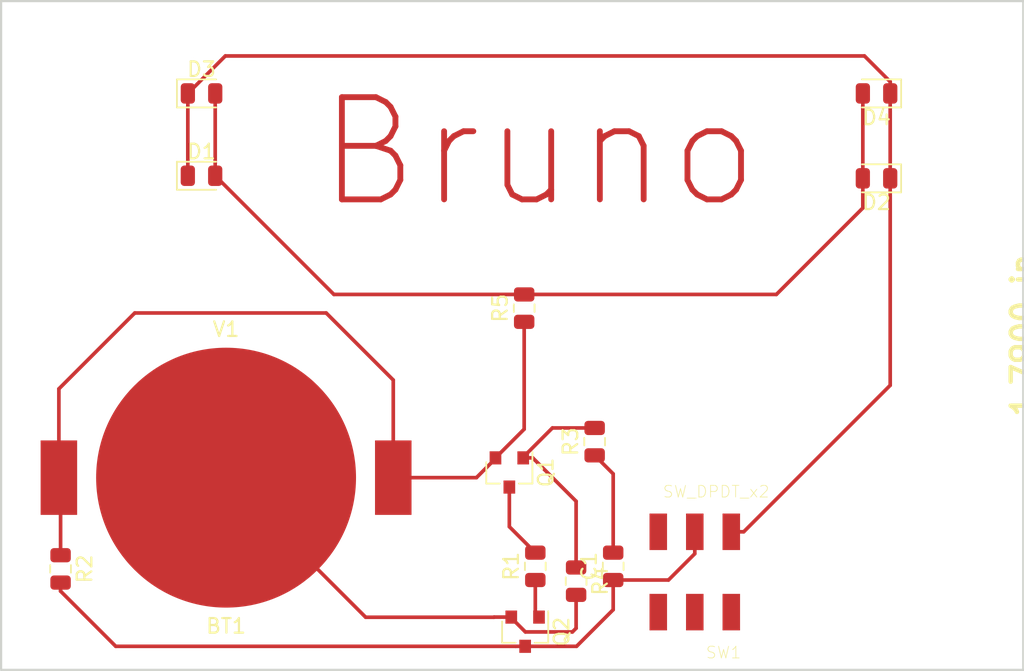
<source format=kicad_pcb>
(kicad_pcb (version 20171130) (host pcbnew 5.0.1-33cea8e~68~ubuntu16.04.1)

  (general
    (thickness 1.6)
    (drawings 7)
    (tracks 66)
    (zones 0)
    (modules 14)
    (nets 11)
  )

  (page A4)
  (layers
    (0 F.Cu signal)
    (31 B.Cu signal hide)
    (32 B.Adhes user hide)
    (33 F.Adhes user hide)
    (34 B.Paste user hide)
    (35 F.Paste user hide)
    (36 B.SilkS user hide)
    (37 F.SilkS user hide)
    (38 B.Mask user hide)
    (39 F.Mask user hide)
    (40 Dwgs.User user hide)
    (41 Cmts.User user hide)
    (42 Eco1.User user hide)
    (43 Eco2.User user hide)
    (44 Edge.Cuts user)
    (45 Margin user hide)
    (46 B.CrtYd user hide)
    (47 F.CrtYd user hide)
    (48 B.Fab user hide)
    (49 F.Fab user hide)
  )

  (setup
    (last_trace_width 0.25)
    (trace_clearance 0.2)
    (zone_clearance 0.508)
    (zone_45_only no)
    (trace_min 0.2)
    (segment_width 0.2)
    (edge_width 0.15)
    (via_size 0.8)
    (via_drill 0.4)
    (via_min_size 0.4)
    (via_min_drill 0.3)
    (uvia_size 0.3)
    (uvia_drill 0.1)
    (uvias_allowed no)
    (uvia_min_size 0.2)
    (uvia_min_drill 0.1)
    (pcb_text_width 0.3)
    (pcb_text_size 1.5 1.5)
    (mod_edge_width 0.15)
    (mod_text_size 1 1)
    (mod_text_width 0.15)
    (pad_size 0.975 1.4)
    (pad_drill 0)
    (pad_to_mask_clearance 0.051)
    (solder_mask_min_width 0.25)
    (aux_axis_origin 0 0)
    (visible_elements 7FFFFFFF)
    (pcbplotparams
      (layerselection 0x00000_7fffffff)
      (usegerberextensions false)
      (usegerberattributes false)
      (usegerberadvancedattributes false)
      (creategerberjobfile false)
      (excludeedgelayer true)
      (linewidth 0.100000)
      (plotframeref false)
      (viasonmask false)
      (mode 1)
      (useauxorigin false)
      (hpglpennumber 1)
      (hpglpenspeed 20)
      (hpglpendiameter 15.000000)
      (psnegative false)
      (psa4output false)
      (plotreference true)
      (plotvalue true)
      (plotinvisibletext false)
      (padsonsilk false)
      (subtractmaskfromsilk false)
      (outputformat 1)
      (mirror false)
      (drillshape 0)
      (scaleselection 1)
      (outputdirectory "./"))
  )

  (net 0 "")
  (net 1 VDD)
  (net 2 GND)
  (net 3 "Net-(C1-Pad2)")
  (net 4 "Net-(D1-Pad2)")
  (net 5 "Net-(Q1-Pad1)")
  (net 6 "Net-(Q1-Pad3)")
  (net 7 "Net-(Q2-Pad1)")
  (net 8 "Net-(C1-Pad1)")
  (net 9 "Net-(D1-Pad1)")
  (net 10 "Net-(SW1-Pad3)")

  (net_class Default "This is the default net class."
    (clearance 0.2)
    (trace_width 0.25)
    (via_dia 0.8)
    (via_drill 0.4)
    (uvia_dia 0.3)
    (uvia_drill 0.1)
    (add_net GND)
    (add_net "Net-(C1-Pad1)")
    (add_net "Net-(C1-Pad2)")
    (add_net "Net-(D1-Pad1)")
    (add_net "Net-(D1-Pad2)")
    (add_net "Net-(Q1-Pad1)")
    (add_net "Net-(Q1-Pad3)")
    (add_net "Net-(Q2-Pad1)")
    (add_net "Net-(SW1-Pad3)")
    (add_net VDD)
  )

  (module CardElements:CR2032_HOLDER (layer F.Cu) (tedit 54CCE85E) (tstamp 5C606F4A)
    (at 95.4078 97.6376)
    (descr http://www.mouser.com/ds/2/238/bat-hld-001-220194.pdf)
    (tags "Linx Battery Holder 2032 bat-hld-001")
    (path /5C45F109)
    (fp_text reference BT1 (at 0 10.16) (layer F.SilkS)
      (effects (font (size 1 1) (thickness 0.15)))
    )
    (fp_text value V1 (at 0 -10.16) (layer F.SilkS)
      (effects (font (size 1 1) (thickness 0.15)))
    )
    (pad 1 smd rect (at -11.45 0) (size 2.5 5.1) (layers F.Cu F.Paste F.Mask)
      (net 1 VDD))
    (pad 1 smd rect (at 11.45 0) (size 2.5 5.1) (layers F.Cu F.Paste F.Mask)
      (net 1 VDD))
    (pad 2 smd circle (at 0 0) (size 17.8 17.8) (layers F.Cu F.Paste F.Mask)
      (net 2 GND))
  )

  (module LED_SMD:LED_0805_2012Metric (layer F.Cu) (tedit 5B36C52C) (tstamp 5C4B418B)
    (at 139.954 77.1375 180)
    (descr "LED SMD 0805 (2012 Metric), square (rectangular) end terminal, IPC_7351 nominal, (Body size source: https://docs.google.com/spreadsheets/d/1BsfQQcO9C6DZCsRaXUlFlo91Tg2WpOkGARC1WS5S8t0/edit?usp=sharing), generated with kicad-footprint-generator")
    (tags diode)
    (path /5C45EDB9)
    (attr smd)
    (fp_text reference D2 (at 0 -1.65 180) (layer F.SilkS)
      (effects (font (size 1 1) (thickness 0.15)))
    )
    (fp_text value LED (at 0 1.65 180) (layer F.Fab)
      (effects (font (size 1 1) (thickness 0.15)))
    )
    (fp_text user %R (at 0 0 180) (layer F.Fab)
      (effects (font (size 0.5 0.5) (thickness 0.08)))
    )
    (fp_line (start 1.68 0.95) (end -1.68 0.95) (layer F.CrtYd) (width 0.05))
    (fp_line (start 1.68 -0.95) (end 1.68 0.95) (layer F.CrtYd) (width 0.05))
    (fp_line (start -1.68 -0.95) (end 1.68 -0.95) (layer F.CrtYd) (width 0.05))
    (fp_line (start -1.68 0.95) (end -1.68 -0.95) (layer F.CrtYd) (width 0.05))
    (fp_line (start -1.685 0.96) (end 1 0.96) (layer F.SilkS) (width 0.12))
    (fp_line (start -1.685 -0.96) (end -1.685 0.96) (layer F.SilkS) (width 0.12))
    (fp_line (start 1 -0.96) (end -1.685 -0.96) (layer F.SilkS) (width 0.12))
    (fp_line (start 1 0.6) (end 1 -0.6) (layer F.Fab) (width 0.1))
    (fp_line (start -1 0.6) (end 1 0.6) (layer F.Fab) (width 0.1))
    (fp_line (start -1 -0.3) (end -1 0.6) (layer F.Fab) (width 0.1))
    (fp_line (start -0.7 -0.6) (end -1 -0.3) (layer F.Fab) (width 0.1))
    (fp_line (start 1 -0.6) (end -0.7 -0.6) (layer F.Fab) (width 0.1))
    (pad 2 smd roundrect (at 0.9375 0 180) (size 0.975 1.4) (layers F.Cu F.Paste F.Mask) (roundrect_rratio 0.25)
      (net 4 "Net-(D1-Pad2)"))
    (pad 1 smd roundrect (at -0.9375 0 180) (size 0.975 1.4) (layers F.Cu F.Paste F.Mask) (roundrect_rratio 0.25)
      (net 9 "Net-(D1-Pad1)"))
    (model ${KISYS3DMOD}/LED_SMD.3dshapes/LED_0805_2012Metric.wrl
      (at (xyz 0 0 0))
      (scale (xyz 1 1 1))
      (rotate (xyz 0 0 0))
    )
  )

  (module Package_TO_SOT_SMD:SOT-23 (layer F.Cu) (tedit 5A02FF57) (tstamp 5C607892)
    (at 114.808 97.282 270)
    (descr "SOT-23, Standard")
    (tags SOT-23)
    (path /5C45EF17)
    (attr smd)
    (fp_text reference Q1 (at 0 -2.5 270) (layer F.SilkS)
      (effects (font (size 1 1) (thickness 0.15)))
    )
    (fp_text value BC807 (at 0 2.5 270) (layer F.Fab)
      (effects (font (size 1 1) (thickness 0.15)))
    )
    (fp_text user %R (at 0 0) (layer F.Fab)
      (effects (font (size 0.5 0.5) (thickness 0.075)))
    )
    (fp_line (start -0.7 -0.95) (end -0.7 1.5) (layer F.Fab) (width 0.1))
    (fp_line (start -0.15 -1.52) (end 0.7 -1.52) (layer F.Fab) (width 0.1))
    (fp_line (start -0.7 -0.95) (end -0.15 -1.52) (layer F.Fab) (width 0.1))
    (fp_line (start 0.7 -1.52) (end 0.7 1.52) (layer F.Fab) (width 0.1))
    (fp_line (start -0.7 1.52) (end 0.7 1.52) (layer F.Fab) (width 0.1))
    (fp_line (start 0.76 1.58) (end 0.76 0.65) (layer F.SilkS) (width 0.12))
    (fp_line (start 0.76 -1.58) (end 0.76 -0.65) (layer F.SilkS) (width 0.12))
    (fp_line (start -1.7 -1.75) (end 1.7 -1.75) (layer F.CrtYd) (width 0.05))
    (fp_line (start 1.7 -1.75) (end 1.7 1.75) (layer F.CrtYd) (width 0.05))
    (fp_line (start 1.7 1.75) (end -1.7 1.75) (layer F.CrtYd) (width 0.05))
    (fp_line (start -1.7 1.75) (end -1.7 -1.75) (layer F.CrtYd) (width 0.05))
    (fp_line (start 0.76 -1.58) (end -1.4 -1.58) (layer F.SilkS) (width 0.12))
    (fp_line (start 0.76 1.58) (end -0.7 1.58) (layer F.SilkS) (width 0.12))
    (pad 1 smd rect (at -1 -0.95 270) (size 0.9 0.8) (layers F.Cu F.Paste F.Mask)
      (net 5 "Net-(Q1-Pad1)"))
    (pad 2 smd rect (at -1 0.95 270) (size 0.9 0.8) (layers F.Cu F.Paste F.Mask)
      (net 1 VDD))
    (pad 3 smd rect (at 1 0 270) (size 0.9 0.8) (layers F.Cu F.Paste F.Mask)
      (net 6 "Net-(Q1-Pad3)"))
    (model ${KISYS3DMOD}/Package_TO_SOT_SMD.3dshapes/SOT-23.wrl
      (at (xyz 0 0 0))
      (scale (xyz 1 1 1))
      (rotate (xyz 0 0 0))
    )
  )

  (module Package_TO_SOT_SMD:SOT-23 (layer F.Cu) (tedit 5A02FF57) (tstamp 5C606FE8)
    (at 115.89 108.188 270)
    (descr "SOT-23, Standard")
    (tags SOT-23)
    (path /5C45EFC7)
    (attr smd)
    (fp_text reference Q2 (at 0 -2.5 270) (layer F.SilkS)
      (effects (font (size 1 1) (thickness 0.15)))
    )
    (fp_text value BC817 (at 0 2.5 270) (layer F.Fab)
      (effects (font (size 1 1) (thickness 0.15)))
    )
    (fp_line (start 0.76 1.58) (end -0.7 1.58) (layer F.SilkS) (width 0.12))
    (fp_line (start 0.76 -1.58) (end -1.4 -1.58) (layer F.SilkS) (width 0.12))
    (fp_line (start -1.7 1.75) (end -1.7 -1.75) (layer F.CrtYd) (width 0.05))
    (fp_line (start 1.7 1.75) (end -1.7 1.75) (layer F.CrtYd) (width 0.05))
    (fp_line (start 1.7 -1.75) (end 1.7 1.75) (layer F.CrtYd) (width 0.05))
    (fp_line (start -1.7 -1.75) (end 1.7 -1.75) (layer F.CrtYd) (width 0.05))
    (fp_line (start 0.76 -1.58) (end 0.76 -0.65) (layer F.SilkS) (width 0.12))
    (fp_line (start 0.76 1.58) (end 0.76 0.65) (layer F.SilkS) (width 0.12))
    (fp_line (start -0.7 1.52) (end 0.7 1.52) (layer F.Fab) (width 0.1))
    (fp_line (start 0.7 -1.52) (end 0.7 1.52) (layer F.Fab) (width 0.1))
    (fp_line (start -0.7 -0.95) (end -0.15 -1.52) (layer F.Fab) (width 0.1))
    (fp_line (start -0.15 -1.52) (end 0.7 -1.52) (layer F.Fab) (width 0.1))
    (fp_line (start -0.7 -0.95) (end -0.7 1.5) (layer F.Fab) (width 0.1))
    (fp_text user %R (at 0 0.254 90) (layer F.Fab)
      (effects (font (size 0.5 0.5) (thickness 0.075)))
    )
    (pad 3 smd rect (at 1 0 270) (size 0.9 0.8) (layers F.Cu F.Paste F.Mask)
      (net 8 "Net-(C1-Pad1)"))
    (pad 2 smd rect (at -1 0.95 270) (size 0.9 0.8) (layers F.Cu F.Paste F.Mask)
      (net 2 GND))
    (pad 1 smd rect (at -1 -0.95 270) (size 0.9 0.8) (layers F.Cu F.Paste F.Mask)
      (net 7 "Net-(Q2-Pad1)"))
    (model ${KISYS3DMOD}/Package_TO_SOT_SMD.3dshapes/SOT-23.wrl
      (at (xyz 0 0 0))
      (scale (xyz 1 1 1))
      (rotate (xyz 0 0 0))
    )
  )

  (module JS202011SCQN:SW_JS202011SCQN (layer F.Cu) (tedit 0) (tstamp 5C572F68)
    (at 127.508 104.096 180)
    (path /5C4A0416)
    (attr smd)
    (fp_text reference SW1 (at -1.97145 -5.51762 180) (layer F.SilkS)
      (effects (font (size 0.801394 0.801394) (thickness 0.05)))
    )
    (fp_text value SW_DPDT_x2 (at -1.46182 5.49885 180) (layer F.SilkS)
      (effects (font (size 0.801 0.801) (thickness 0.05)))
    )
    (fp_line (start -4.5 -1.5) (end -4.5 1.5) (layer Dwgs.User) (width 0.127))
    (fp_line (start 4.5 -1.5) (end -4.5 -1.5) (layer Dwgs.User) (width 0.127))
    (fp_line (start 4.5 1.5) (end 4.5 -1.5) (layer Dwgs.User) (width 0.127))
    (fp_line (start -4.5 1.5) (end 4.5 1.5) (layer Dwgs.User) (width 0.127))
    (pad 6 smd rect (at 2.5 -2.75 180) (size 1.2 2.5) (layers F.Cu F.Paste F.Mask))
    (pad 5 smd rect (at 0 -2.75 180) (size 1.2 2.5) (layers F.Cu F.Paste F.Mask))
    (pad 4 smd rect (at -2.5 -2.75 180) (size 1.2 2.5) (layers F.Cu F.Paste F.Mask))
    (pad 3 smd rect (at 2.5 2.75 180) (size 1.2 2.5) (layers F.Cu F.Paste F.Mask)
      (net 10 "Net-(SW1-Pad3)"))
    (pad 2 smd rect (at 0 2.75 180) (size 1.2 2.5) (layers F.Cu F.Paste F.Mask)
      (net 8 "Net-(C1-Pad1)"))
    (pad 1 smd rect (at -2.5 2.75 180) (size 1.2 2.5) (layers F.Cu F.Paste F.Mask)
      (net 9 "Net-(D1-Pad1)"))
  )

  (module LED_SMD:LED_0805_2012Metric (layer F.Cu) (tedit 5B36C52C) (tstamp 5C4B4179)
    (at 93.726 76.962)
    (descr "LED SMD 0805 (2012 Metric), square (rectangular) end terminal, IPC_7351 nominal, (Body size source: https://docs.google.com/spreadsheets/d/1BsfQQcO9C6DZCsRaXUlFlo91Tg2WpOkGARC1WS5S8t0/edit?usp=sharing), generated with kicad-footprint-generator")
    (tags diode)
    (path /5C45EC37)
    (attr smd)
    (fp_text reference D1 (at 0 -1.65) (layer F.SilkS)
      (effects (font (size 1 1) (thickness 0.15)))
    )
    (fp_text value LED (at 0 1.65) (layer F.Fab)
      (effects (font (size 1 1) (thickness 0.15)))
    )
    (fp_text user %R (at 0 0) (layer F.Fab)
      (effects (font (size 0.5 0.5) (thickness 0.08)))
    )
    (fp_line (start 1.68 0.95) (end -1.68 0.95) (layer F.CrtYd) (width 0.05))
    (fp_line (start 1.68 -0.95) (end 1.68 0.95) (layer F.CrtYd) (width 0.05))
    (fp_line (start -1.68 -0.95) (end 1.68 -0.95) (layer F.CrtYd) (width 0.05))
    (fp_line (start -1.68 0.95) (end -1.68 -0.95) (layer F.CrtYd) (width 0.05))
    (fp_line (start -1.685 0.96) (end 1 0.96) (layer F.SilkS) (width 0.12))
    (fp_line (start -1.685 -0.96) (end -1.685 0.96) (layer F.SilkS) (width 0.12))
    (fp_line (start 1 -0.96) (end -1.685 -0.96) (layer F.SilkS) (width 0.12))
    (fp_line (start 1 0.6) (end 1 -0.6) (layer F.Fab) (width 0.1))
    (fp_line (start -1 0.6) (end 1 0.6) (layer F.Fab) (width 0.1))
    (fp_line (start -1 -0.3) (end -1 0.6) (layer F.Fab) (width 0.1))
    (fp_line (start -0.7 -0.6) (end -1 -0.3) (layer F.Fab) (width 0.1))
    (fp_line (start 1 -0.6) (end -0.7 -0.6) (layer F.Fab) (width 0.1))
    (pad 2 smd roundrect (at 0.9375 0) (size 0.975 1.4) (layers F.Cu F.Paste F.Mask) (roundrect_rratio 0.25)
      (net 4 "Net-(D1-Pad2)"))
    (pad 1 smd roundrect (at -0.9375 0) (size 0.975 1.4) (layers F.Cu F.Paste F.Mask) (roundrect_rratio 0.25)
      (net 9 "Net-(D1-Pad1)"))
    (model ${KISYS3DMOD}/LED_SMD.3dshapes/LED_0805_2012Metric.wrl
      (at (xyz 0 0 0))
      (scale (xyz 1 1 1))
      (rotate (xyz 0 0 0))
    )
  )

  (module LED_SMD:LED_0805_2012Metric (layer F.Cu) (tedit 5C4F0B19) (tstamp 5C4B419D)
    (at 93.7283 71.3232)
    (descr "LED SMD 0805 (2012 Metric), square (rectangular) end terminal, IPC_7351 nominal, (Body size source: https://docs.google.com/spreadsheets/d/1BsfQQcO9C6DZCsRaXUlFlo91Tg2WpOkGARC1WS5S8t0/edit?usp=sharing), generated with kicad-footprint-generator")
    (tags diode)
    (path /5C45ED1C)
    (attr smd)
    (fp_text reference D3 (at 0 -1.65) (layer F.SilkS)
      (effects (font (size 1 1) (thickness 0.15)))
    )
    (fp_text value LED (at 0 1.65) (layer F.Fab)
      (effects (font (size 1 1) (thickness 0.15)))
    )
    (fp_text user %R (at 0 0) (layer F.Fab)
      (effects (font (size 0.5 0.5) (thickness 0.08)))
    )
    (fp_line (start 1.68 0.95) (end -1.68 0.95) (layer F.CrtYd) (width 0.05))
    (fp_line (start 1.68 -0.95) (end 1.68 0.95) (layer F.CrtYd) (width 0.05))
    (fp_line (start -1.68 -0.95) (end 1.68 -0.95) (layer F.CrtYd) (width 0.05))
    (fp_line (start -1.68 0.95) (end -1.68 -0.95) (layer F.CrtYd) (width 0.05))
    (fp_line (start -1.685 0.96) (end 1 0.96) (layer F.SilkS) (width 0.12))
    (fp_line (start -1.685 -0.96) (end -1.685 0.96) (layer F.SilkS) (width 0.12))
    (fp_line (start 1 -0.96) (end -1.685 -0.96) (layer F.SilkS) (width 0.12))
    (fp_line (start 1 0.6) (end 1 -0.6) (layer F.Fab) (width 0.1))
    (fp_line (start -1 0.6) (end 1 0.6) (layer F.Fab) (width 0.1))
    (fp_line (start -1 -0.3) (end -1 0.6) (layer F.Fab) (width 0.1))
    (fp_line (start -0.7 -0.6) (end -1 -0.3) (layer F.Fab) (width 0.1))
    (fp_line (start 1 -0.6) (end -0.7 -0.6) (layer F.Fab) (width 0.1))
    (pad 2 smd roundrect (at 0.9375 0) (size 0.975 1.4) (layers F.Cu F.Paste F.Mask) (roundrect_rratio 0.25)
      (net 4 "Net-(D1-Pad2)"))
    (pad 1 smd roundrect (at -0.9375 0) (size 0.975 1.4) (layers F.Cu F.Paste F.Mask) (roundrect_rratio 0.25)
      (net 9 "Net-(D1-Pad1)"))
    (model ${KISYS3DMOD}/LED_SMD.3dshapes/LED_0805_2012Metric.wrl
      (at (xyz 0 0 0))
      (scale (xyz 1 1 1))
      (rotate (xyz 0 0 0))
    )
  )

  (module LED_SMD:LED_0805_2012Metric (layer F.Cu) (tedit 5B36C52C) (tstamp 5C4B41AF)
    (at 139.9563 71.3232 180)
    (descr "LED SMD 0805 (2012 Metric), square (rectangular) end terminal, IPC_7351 nominal, (Body size source: https://docs.google.com/spreadsheets/d/1BsfQQcO9C6DZCsRaXUlFlo91Tg2WpOkGARC1WS5S8t0/edit?usp=sharing), generated with kicad-footprint-generator")
    (tags diode)
    (path /5C45EE19)
    (attr smd)
    (fp_text reference D4 (at 0 -1.65 180) (layer F.SilkS)
      (effects (font (size 1 1) (thickness 0.15)))
    )
    (fp_text value LED (at 0 1.65 180) (layer F.Fab)
      (effects (font (size 1 1) (thickness 0.15)))
    )
    (fp_line (start 1 -0.6) (end -0.7 -0.6) (layer F.Fab) (width 0.1))
    (fp_line (start -0.7 -0.6) (end -1 -0.3) (layer F.Fab) (width 0.1))
    (fp_line (start -1 -0.3) (end -1 0.6) (layer F.Fab) (width 0.1))
    (fp_line (start -1 0.6) (end 1 0.6) (layer F.Fab) (width 0.1))
    (fp_line (start 1 0.6) (end 1 -0.6) (layer F.Fab) (width 0.1))
    (fp_line (start 1 -0.96) (end -1.685 -0.96) (layer F.SilkS) (width 0.12))
    (fp_line (start -1.685 -0.96) (end -1.685 0.96) (layer F.SilkS) (width 0.12))
    (fp_line (start -1.685 0.96) (end 1 0.96) (layer F.SilkS) (width 0.12))
    (fp_line (start -1.68 0.95) (end -1.68 -0.95) (layer F.CrtYd) (width 0.05))
    (fp_line (start -1.68 -0.95) (end 1.68 -0.95) (layer F.CrtYd) (width 0.05))
    (fp_line (start 1.68 -0.95) (end 1.68 0.95) (layer F.CrtYd) (width 0.05))
    (fp_line (start 1.68 0.95) (end -1.68 0.95) (layer F.CrtYd) (width 0.05))
    (fp_text user %R (at 0 0 180) (layer F.Fab)
      (effects (font (size 0.5 0.5) (thickness 0.08)))
    )
    (pad 1 smd roundrect (at -0.9375 0 180) (size 0.975 1.4) (layers F.Cu F.Paste F.Mask) (roundrect_rratio 0.25)
      (net 9 "Net-(D1-Pad1)"))
    (pad 2 smd roundrect (at 0.9375 0 180) (size 0.975 1.4) (layers F.Cu F.Paste F.Mask) (roundrect_rratio 0.25)
      (net 4 "Net-(D1-Pad2)"))
    (model ${KISYS3DMOD}/LED_SMD.3dshapes/LED_0805_2012Metric.wrl
      (at (xyz 0 0 0))
      (scale (xyz 1 1 1))
      (rotate (xyz 0 0 0))
    )
  )

  (module Capacitor_SMD:C_0805_2012Metric (layer F.Cu) (tedit 5B36C52B) (tstamp 5C4F269F)
    (at 121.92 103.7105 90)
    (descr "Capacitor SMD 0805 (2012 Metric), square (rectangular) end terminal, IPC_7351 nominal, (Body size source: https://docs.google.com/spreadsheets/d/1BsfQQcO9C6DZCsRaXUlFlo91Tg2WpOkGARC1WS5S8t0/edit?usp=sharing), generated with kicad-footprint-generator")
    (tags capacitor)
    (path /5C45EB8F)
    (attr smd)
    (fp_text reference C1 (at 0 -1.65 90) (layer F.SilkS)
      (effects (font (size 1 1) (thickness 0.15)))
    )
    (fp_text value 47nF (at 0 1.65 90) (layer F.Fab)
      (effects (font (size 1 1) (thickness 0.15)))
    )
    (fp_line (start -1 0.6) (end -1 -0.6) (layer F.Fab) (width 0.1))
    (fp_line (start -1 -0.6) (end 1 -0.6) (layer F.Fab) (width 0.1))
    (fp_line (start 1 -0.6) (end 1 0.6) (layer F.Fab) (width 0.1))
    (fp_line (start 1 0.6) (end -1 0.6) (layer F.Fab) (width 0.1))
    (fp_line (start -0.258578 -0.71) (end 0.258578 -0.71) (layer F.SilkS) (width 0.12))
    (fp_line (start -0.258578 0.71) (end 0.258578 0.71) (layer F.SilkS) (width 0.12))
    (fp_line (start -1.68 0.95) (end -1.68 -0.95) (layer F.CrtYd) (width 0.05))
    (fp_line (start -1.68 -0.95) (end 1.68 -0.95) (layer F.CrtYd) (width 0.05))
    (fp_line (start 1.68 -0.95) (end 1.68 0.95) (layer F.CrtYd) (width 0.05))
    (fp_line (start 1.68 0.95) (end -1.68 0.95) (layer F.CrtYd) (width 0.05))
    (fp_text user %R (at 0 0 90) (layer F.Fab)
      (effects (font (size 0.5 0.5) (thickness 0.08)))
    )
    (pad 1 smd roundrect (at -0.9375 0 90) (size 0.975 1.4) (layers F.Cu F.Paste F.Mask) (roundrect_rratio 0.25)
      (net 8 "Net-(C1-Pad1)"))
    (pad 2 smd roundrect (at 0.9375 0 90) (size 0.975 1.4) (layers F.Cu F.Paste F.Mask) (roundrect_rratio 0.25)
      (net 3 "Net-(C1-Pad2)"))
    (model ${KISYS3DMOD}/Capacitor_SMD.3dshapes/C_0805_2012Metric.wrl
      (at (xyz 0 0 0))
      (scale (xyz 1 1 1))
      (rotate (xyz 0 0 0))
    )
  )

  (module Resistor_SMD:R_0805_2012Metric (layer F.Cu) (tedit 5B36C52B) (tstamp 5C4F26AF)
    (at 116.586 103.7105 90)
    (descr "Resistor SMD 0805 (2012 Metric), square (rectangular) end terminal, IPC_7351 nominal, (Body size source: https://docs.google.com/spreadsheets/d/1BsfQQcO9C6DZCsRaXUlFlo91Tg2WpOkGARC1WS5S8t0/edit?usp=sharing), generated with kicad-footprint-generator")
    (tags resistor)
    (path /5C45EA3F)
    (attr smd)
    (fp_text reference R1 (at 0 -1.65 90) (layer F.SilkS)
      (effects (font (size 1 1) (thickness 0.15)))
    )
    (fp_text value "220 Ohm" (at 0 1.65 90) (layer F.Fab)
      (effects (font (size 1 1) (thickness 0.15)))
    )
    (fp_line (start -1 0.6) (end -1 -0.6) (layer F.Fab) (width 0.1))
    (fp_line (start -1 -0.6) (end 1 -0.6) (layer F.Fab) (width 0.1))
    (fp_line (start 1 -0.6) (end 1 0.6) (layer F.Fab) (width 0.1))
    (fp_line (start 1 0.6) (end -1 0.6) (layer F.Fab) (width 0.1))
    (fp_line (start -0.258578 -0.71) (end 0.258578 -0.71) (layer F.SilkS) (width 0.12))
    (fp_line (start -0.258578 0.71) (end 0.258578 0.71) (layer F.SilkS) (width 0.12))
    (fp_line (start -1.68 0.95) (end -1.68 -0.95) (layer F.CrtYd) (width 0.05))
    (fp_line (start -1.68 -0.95) (end 1.68 -0.95) (layer F.CrtYd) (width 0.05))
    (fp_line (start 1.68 -0.95) (end 1.68 0.95) (layer F.CrtYd) (width 0.05))
    (fp_line (start 1.68 0.95) (end -1.68 0.95) (layer F.CrtYd) (width 0.05))
    (fp_text user %R (at 0 0 90) (layer F.Fab)
      (effects (font (size 0.5 0.5) (thickness 0.08)))
    )
    (pad 1 smd roundrect (at -0.9375 0 90) (size 0.975 1.4) (layers F.Cu F.Paste F.Mask) (roundrect_rratio 0.25)
      (net 7 "Net-(Q2-Pad1)"))
    (pad 2 smd roundrect (at 0.9375 0 90) (size 0.975 1.4) (layers F.Cu F.Paste F.Mask) (roundrect_rratio 0.25)
      (net 6 "Net-(Q1-Pad3)"))
    (model ${KISYS3DMOD}/Resistor_SMD.3dshapes/R_0805_2012Metric.wrl
      (at (xyz 0 0 0))
      (scale (xyz 1 1 1))
      (rotate (xyz 0 0 0))
    )
  )

  (module Resistor_SMD:R_0805_2012Metric (layer F.Cu) (tedit 5B36C52B) (tstamp 5C4F26BF)
    (at 84.074 103.886 270)
    (descr "Resistor SMD 0805 (2012 Metric), square (rectangular) end terminal, IPC_7351 nominal, (Body size source: https://docs.google.com/spreadsheets/d/1BsfQQcO9C6DZCsRaXUlFlo91Tg2WpOkGARC1WS5S8t0/edit?usp=sharing), generated with kicad-footprint-generator")
    (tags resistor)
    (path /5C45EB11)
    (attr smd)
    (fp_text reference R2 (at 0 -1.65 270) (layer F.SilkS)
      (effects (font (size 1 1) (thickness 0.15)))
    )
    (fp_text value "220 Ohm" (at 0 1.65 270) (layer F.Fab)
      (effects (font (size 1 1) (thickness 0.15)))
    )
    (fp_line (start -1 0.6) (end -1 -0.6) (layer F.Fab) (width 0.1))
    (fp_line (start -1 -0.6) (end 1 -0.6) (layer F.Fab) (width 0.1))
    (fp_line (start 1 -0.6) (end 1 0.6) (layer F.Fab) (width 0.1))
    (fp_line (start 1 0.6) (end -1 0.6) (layer F.Fab) (width 0.1))
    (fp_line (start -0.258578 -0.71) (end 0.258578 -0.71) (layer F.SilkS) (width 0.12))
    (fp_line (start -0.258578 0.71) (end 0.258578 0.71) (layer F.SilkS) (width 0.12))
    (fp_line (start -1.68 0.95) (end -1.68 -0.95) (layer F.CrtYd) (width 0.05))
    (fp_line (start -1.68 -0.95) (end 1.68 -0.95) (layer F.CrtYd) (width 0.05))
    (fp_line (start 1.68 -0.95) (end 1.68 0.95) (layer F.CrtYd) (width 0.05))
    (fp_line (start 1.68 0.95) (end -1.68 0.95) (layer F.CrtYd) (width 0.05))
    (fp_text user %R (at 0 0 270) (layer F.Fab)
      (effects (font (size 0.5 0.5) (thickness 0.08)))
    )
    (pad 1 smd roundrect (at -0.9375 0 270) (size 0.975 1.4) (layers F.Cu F.Paste F.Mask) (roundrect_rratio 0.25)
      (net 1 VDD))
    (pad 2 smd roundrect (at 0.9375 0 270) (size 0.975 1.4) (layers F.Cu F.Paste F.Mask) (roundrect_rratio 0.25)
      (net 8 "Net-(C1-Pad1)"))
    (model ${KISYS3DMOD}/Resistor_SMD.3dshapes/R_0805_2012Metric.wrl
      (at (xyz 0 0 0))
      (scale (xyz 1 1 1))
      (rotate (xyz 0 0 0))
    )
  )

  (module Resistor_SMD:R_0805_2012Metric (layer F.Cu) (tedit 5B36C52B) (tstamp 5C4F26CF)
    (at 120.65 95.1715 90)
    (descr "Resistor SMD 0805 (2012 Metric), square (rectangular) end terminal, IPC_7351 nominal, (Body size source: https://docs.google.com/spreadsheets/d/1BsfQQcO9C6DZCsRaXUlFlo91Tg2WpOkGARC1WS5S8t0/edit?usp=sharing), generated with kicad-footprint-generator")
    (tags resistor)
    (path /5C45E917)
    (attr smd)
    (fp_text reference R3 (at 0 -1.65 90) (layer F.SilkS)
      (effects (font (size 1 1) (thickness 0.15)))
    )
    (fp_text value "2.2k Ohm" (at 0 1.65 90) (layer F.Fab)
      (effects (font (size 1 1) (thickness 0.15)))
    )
    (fp_line (start -1 0.6) (end -1 -0.6) (layer F.Fab) (width 0.1))
    (fp_line (start -1 -0.6) (end 1 -0.6) (layer F.Fab) (width 0.1))
    (fp_line (start 1 -0.6) (end 1 0.6) (layer F.Fab) (width 0.1))
    (fp_line (start 1 0.6) (end -1 0.6) (layer F.Fab) (width 0.1))
    (fp_line (start -0.258578 -0.71) (end 0.258578 -0.71) (layer F.SilkS) (width 0.12))
    (fp_line (start -0.258578 0.71) (end 0.258578 0.71) (layer F.SilkS) (width 0.12))
    (fp_line (start -1.68 0.95) (end -1.68 -0.95) (layer F.CrtYd) (width 0.05))
    (fp_line (start -1.68 -0.95) (end 1.68 -0.95) (layer F.CrtYd) (width 0.05))
    (fp_line (start 1.68 -0.95) (end 1.68 0.95) (layer F.CrtYd) (width 0.05))
    (fp_line (start 1.68 0.95) (end -1.68 0.95) (layer F.CrtYd) (width 0.05))
    (fp_text user %R (at 0 0 90) (layer F.Fab)
      (effects (font (size 0.5 0.5) (thickness 0.08)))
    )
    (pad 1 smd roundrect (at -0.9375 0 90) (size 0.975 1.4) (layers F.Cu F.Paste F.Mask) (roundrect_rratio 0.25)
      (net 3 "Net-(C1-Pad2)"))
    (pad 2 smd roundrect (at 0.9375 0 90) (size 0.975 1.4) (layers F.Cu F.Paste F.Mask) (roundrect_rratio 0.25)
      (net 5 "Net-(Q1-Pad1)"))
    (model ${KISYS3DMOD}/Resistor_SMD.3dshapes/R_0805_2012Metric.wrl
      (at (xyz 0 0 0))
      (scale (xyz 1 1 1))
      (rotate (xyz 0 0 0))
    )
  )

  (module Resistor_SMD:R_0805_2012Metric (layer F.Cu) (tedit 5B36C52B) (tstamp 5C4F26DF)
    (at 119.38 104.7265 270)
    (descr "Resistor SMD 0805 (2012 Metric), square (rectangular) end terminal, IPC_7351 nominal, (Body size source: https://docs.google.com/spreadsheets/d/1BsfQQcO9C6DZCsRaXUlFlo91Tg2WpOkGARC1WS5S8t0/edit?usp=sharing), generated with kicad-footprint-generator")
    (tags resistor)
    (path /5C45E9B7)
    (attr smd)
    (fp_text reference R4 (at 0 -1.65 270) (layer F.SilkS)
      (effects (font (size 1 1) (thickness 0.15)))
    )
    (fp_text value "4M Ohm" (at 0 1.65 270) (layer F.Fab)
      (effects (font (size 1 1) (thickness 0.15)))
    )
    (fp_text user %R (at 0 0 270) (layer F.Fab)
      (effects (font (size 0.5 0.5) (thickness 0.08)))
    )
    (fp_line (start 1.68 0.95) (end -1.68 0.95) (layer F.CrtYd) (width 0.05))
    (fp_line (start 1.68 -0.95) (end 1.68 0.95) (layer F.CrtYd) (width 0.05))
    (fp_line (start -1.68 -0.95) (end 1.68 -0.95) (layer F.CrtYd) (width 0.05))
    (fp_line (start -1.68 0.95) (end -1.68 -0.95) (layer F.CrtYd) (width 0.05))
    (fp_line (start -0.258578 0.71) (end 0.258578 0.71) (layer F.SilkS) (width 0.12))
    (fp_line (start -0.258578 -0.71) (end 0.258578 -0.71) (layer F.SilkS) (width 0.12))
    (fp_line (start 1 0.6) (end -1 0.6) (layer F.Fab) (width 0.1))
    (fp_line (start 1 -0.6) (end 1 0.6) (layer F.Fab) (width 0.1))
    (fp_line (start -1 -0.6) (end 1 -0.6) (layer F.Fab) (width 0.1))
    (fp_line (start -1 0.6) (end -1 -0.6) (layer F.Fab) (width 0.1))
    (pad 2 smd roundrect (at 0.9375 0 270) (size 0.975 1.4) (layers F.Cu F.Paste F.Mask) (roundrect_rratio 0.25)
      (net 2 GND))
    (pad 1 smd roundrect (at -0.9375 0 270) (size 0.975 1.4) (layers F.Cu F.Paste F.Mask) (roundrect_rratio 0.25)
      (net 5 "Net-(Q1-Pad1)"))
    (model ${KISYS3DMOD}/Resistor_SMD.3dshapes/R_0805_2012Metric.wrl
      (at (xyz 0 0 0))
      (scale (xyz 1 1 1))
      (rotate (xyz 0 0 0))
    )
  )

  (module Resistor_SMD:R_0805_2012Metric (layer F.Cu) (tedit 5B36C52B) (tstamp 5C4F26EF)
    (at 115.824 86.0275 90)
    (descr "Resistor SMD 0805 (2012 Metric), square (rectangular) end terminal, IPC_7351 nominal, (Body size source: https://docs.google.com/spreadsheets/d/1BsfQQcO9C6DZCsRaXUlFlo91Tg2WpOkGARC1WS5S8t0/edit?usp=sharing), generated with kicad-footprint-generator")
    (tags resistor)
    (path /5C45EAC4)
    (attr smd)
    (fp_text reference R5 (at 0 -1.65 90) (layer F.SilkS)
      (effects (font (size 1 1) (thickness 0.15)))
    )
    (fp_text value "1 Ohm" (at 0 1.65 90) (layer F.Fab)
      (effects (font (size 1 1) (thickness 0.15)))
    )
    (fp_text user %R (at 0 0 90) (layer F.Fab)
      (effects (font (size 0.5 0.5) (thickness 0.08)))
    )
    (fp_line (start 1.68 0.95) (end -1.68 0.95) (layer F.CrtYd) (width 0.05))
    (fp_line (start 1.68 -0.95) (end 1.68 0.95) (layer F.CrtYd) (width 0.05))
    (fp_line (start -1.68 -0.95) (end 1.68 -0.95) (layer F.CrtYd) (width 0.05))
    (fp_line (start -1.68 0.95) (end -1.68 -0.95) (layer F.CrtYd) (width 0.05))
    (fp_line (start -0.258578 0.71) (end 0.258578 0.71) (layer F.SilkS) (width 0.12))
    (fp_line (start -0.258578 -0.71) (end 0.258578 -0.71) (layer F.SilkS) (width 0.12))
    (fp_line (start 1 0.6) (end -1 0.6) (layer F.Fab) (width 0.1))
    (fp_line (start 1 -0.6) (end 1 0.6) (layer F.Fab) (width 0.1))
    (fp_line (start -1 -0.6) (end 1 -0.6) (layer F.Fab) (width 0.1))
    (fp_line (start -1 0.6) (end -1 -0.6) (layer F.Fab) (width 0.1))
    (pad 2 smd roundrect (at 0.9375 0 90) (size 0.975 1.4) (layers F.Cu F.Paste F.Mask) (roundrect_rratio 0.25)
      (net 4 "Net-(D1-Pad2)"))
    (pad 1 smd roundrect (at -0.9375 0 90) (size 0.975 1.4) (layers F.Cu F.Paste F.Mask) (roundrect_rratio 0.25)
      (net 1 VDD))
    (model ${KISYS3DMOD}/Resistor_SMD.3dshapes/R_0805_2012Metric.wrl
      (at (xyz 0 0 0))
      (scale (xyz 1 1 1))
      (rotate (xyz 0 0 0))
    )
  )

  (gr_text Bruno (at 116.84 75.3618) (layer F.Cu)
    (effects (font (size 7 7) (thickness 0.4)))
  )
  (dimension 45.466 (width 0.3) (layer F.SilkS)
    (gr_text "45.466 mm" (at 153.865 87.884 90) (layer F.SilkS)
      (effects (font (size 1.5 1.5) (thickness 0.3)))
    )
    (feature1 (pts (xy 150.241 65.151) (xy 152.351421 65.151)))
    (feature2 (pts (xy 150.241 110.617) (xy 152.351421 110.617)))
    (crossbar (pts (xy 151.765 110.617) (xy 151.765 65.151)))
    (arrow1a (pts (xy 151.765 65.151) (xy 152.351421 66.277504)))
    (arrow1b (pts (xy 151.765 65.151) (xy 151.178579 66.277504)))
    (arrow2a (pts (xy 151.765 110.617) (xy 152.351421 109.490496)))
    (arrow2b (pts (xy 151.765 110.617) (xy 151.178579 109.490496)))
  )
  (dimension 70.040335 (width 0.3) (layer F.SilkS)
    (gr_text "70.040 mm" (at 115.014216 54.298076 0.08742476273) (layer F.SilkS)
      (effects (font (size 1.5 1.5) (thickness 0.3)))
    )
    (feature1 (pts (xy 80.010247 64.940371) (xy 79.996399 55.86509)))
    (feature2 (pts (xy 150.0505 64.8335) (xy 150.036652 55.758219)))
    (crossbar (pts (xy 150.037547 56.344639) (xy 79.997294 56.45151)))
    (arrow1a (pts (xy 79.997294 56.45151) (xy 81.122902 55.863371)))
    (arrow1b (pts (xy 79.997294 56.45151) (xy 81.124691 57.036211)))
    (arrow2a (pts (xy 150.037547 56.344639) (xy 148.91015 55.759938)))
    (arrow2b (pts (xy 150.037547 56.344639) (xy 148.911939 56.932778)))
  )
  (gr_line (start 80 110.8) (end 80 65) (layer Edge.Cuts) (width 0.15))
  (gr_line (start 80 110.8) (end 150 110.8) (layer Edge.Cuts) (width 0.15))
  (gr_line (start 150 65) (end 150 110.8) (layer Edge.Cuts) (width 0.15))
  (gr_line (start 80 65) (end 150 65) (layer Edge.Cuts) (width 0.15))

  (segment (start 89.154 86.36) (end 102.265 86.36) (width 0.25) (layer F.Cu) (net 1))
  (segment (start 83.9578 91.5562) (end 89.154 86.36) (width 0.25) (layer F.Cu) (net 1))
  (segment (start 83.9578 97.6376) (end 83.9578 91.5562) (width 0.25) (layer F.Cu) (net 1) (status 10))
  (segment (start 84.074 97.7538) (end 83.9578 97.6376) (width 0.25) (layer F.Cu) (net 1))
  (segment (start 84.074 102.9485) (end 84.074 97.7538) (width 0.25) (layer F.Cu) (net 1))
  (segment (start 115.824 94.316) (end 113.858 96.282) (width 0.25) (layer F.Cu) (net 1))
  (segment (start 115.824 86.965) (end 115.824 94.316) (width 0.25) (layer F.Cu) (net 1))
  (segment (start 106.8578 90.9528) (end 106.8578 97.6376) (width 0.25) (layer F.Cu) (net 1))
  (segment (start 102.265 86.36) (end 106.8578 90.9528) (width 0.25) (layer F.Cu) (net 1))
  (segment (start 113.858 96.332) (end 113.858 96.282) (width 0.25) (layer F.Cu) (net 1))
  (segment (start 112.5524 97.6376) (end 113.858 96.332) (width 0.25) (layer F.Cu) (net 1))
  (segment (start 106.8578 97.6376) (end 112.5524 97.6376) (width 0.25) (layer F.Cu) (net 1))
  (segment (start 104.968199 107.197999) (end 95.4078 97.6376) (width 0.25) (layer F.Cu) (net 2))
  (segment (start 113.750001 107.197999) (end 104.968199 107.197999) (width 0.25) (layer F.Cu) (net 2))
  (segment (start 119.364 105.648) (end 119.38 105.664) (width 0.25) (layer F.Cu) (net 2))
  (segment (start 113.76 107.188) (end 114.94 107.188) (width 0.25) (layer F.Cu) (net 2))
  (segment (start 113.750001 107.197999) (end 113.76 107.188) (width 0.25) (layer F.Cu) (net 2))
  (segment (start 114.94 107.238) (end 114.94 107.188) (width 0.25) (layer F.Cu) (net 2))
  (segment (start 119.126 108.204) (end 115.906 108.204) (width 0.25) (layer F.Cu) (net 2))
  (segment (start 119.38 107.95) (end 119.126 108.204) (width 0.25) (layer F.Cu) (net 2))
  (segment (start 115.906 108.204) (end 114.94 107.238) (width 0.25) (layer F.Cu) (net 2))
  (segment (start 119.38 105.664) (end 119.38 107.95) (width 0.25) (layer F.Cu) (net 2))
  (segment (start 121.92 97.379) (end 121.92 102.773) (width 0.25) (layer F.Cu) (net 3))
  (segment (start 120.65 96.109) (end 121.92 97.379) (width 0.25) (layer F.Cu) (net 3))
  (segment (start 115.824 85.09) (end 133.096 85.09) (width 0.25) (layer F.Cu) (net 4) (status 10))
  (segment (start 139.0165 79.1695) (end 139.0165 77.1375) (width 0.25) (layer F.Cu) (net 4) (status 20))
  (segment (start 133.096 85.09) (end 139.0165 79.1695) (width 0.25) (layer F.Cu) (net 4))
  (segment (start 102.7915 85.09) (end 94.6635 76.962) (width 0.25) (layer F.Cu) (net 4) (status 20))
  (segment (start 115.824 85.09) (end 102.7915 85.09) (width 0.25) (layer F.Cu) (net 4) (status 10))
  (segment (start 94.6635 71.3255) (end 94.6658 71.3232) (width 0.25) (layer F.Cu) (net 4) (status 30))
  (segment (start 94.6635 76.962) (end 94.6635 71.3255) (width 0.25) (layer F.Cu) (net 4) (status 30))
  (segment (start 139.0165 71.3255) (end 139.0188 71.3232) (width 0.25) (layer F.Cu) (net 4) (status 30))
  (segment (start 139.0165 77.1375) (end 139.0165 71.3255) (width 0.25) (layer F.Cu) (net 4) (status 30))
  (segment (start 115.758 96.282) (end 115.758 96.332) (width 0.25) (layer F.Cu) (net 5) (status 30))
  (segment (start 116.408 96.282) (end 115.758 96.282) (width 0.25) (layer F.Cu) (net 5))
  (segment (start 119.38 99.254) (end 116.408 96.282) (width 0.25) (layer F.Cu) (net 5))
  (segment (start 119.38 103.789) (end 119.38 99.254) (width 0.25) (layer F.Cu) (net 5))
  (segment (start 115.758 96.232) (end 115.758 96.282) (width 0.25) (layer F.Cu) (net 5))
  (segment (start 117.756 94.234) (end 115.758 96.232) (width 0.25) (layer F.Cu) (net 5))
  (segment (start 120.65 94.234) (end 117.756 94.234) (width 0.25) (layer F.Cu) (net 5))
  (segment (start 114.808 100.995) (end 116.586 102.773) (width 0.25) (layer F.Cu) (net 6))
  (segment (start 114.808 98.282) (end 114.808 100.995) (width 0.25) (layer F.Cu) (net 6))
  (segment (start 116.586 106.934) (end 116.84 107.188) (width 0.25) (layer F.Cu) (net 7))
  (segment (start 116.586 104.648) (end 116.586 106.934) (width 0.25) (layer F.Cu) (net 7))
  (segment (start 127.508 100.696) (end 127.508 101.346) (width 0.25) (layer F.Cu) (net 8) (status 30))
  (segment (start 121.92 104.648) (end 125.706 104.648) (width 0.25) (layer F.Cu) (net 8))
  (segment (start 127.508 102.846) (end 127.508 101.346) (width 0.25) (layer F.Cu) (net 8))
  (segment (start 125.706 104.648) (end 127.508 102.846) (width 0.25) (layer F.Cu) (net 8))
  (segment (start 121.92 106.68) (end 121.92 104.648) (width 0.25) (layer F.Cu) (net 8))
  (segment (start 115.89 109.188) (end 119.412 109.188) (width 0.25) (layer F.Cu) (net 8))
  (segment (start 119.412 109.188) (end 121.92 106.68) (width 0.25) (layer F.Cu) (net 8))
  (segment (start 115.24 109.188) (end 115.89 109.188) (width 0.25) (layer F.Cu) (net 8))
  (segment (start 87.851 109.188) (end 115.24 109.188) (width 0.25) (layer F.Cu) (net 8))
  (segment (start 84.074 105.411) (end 87.851 109.188) (width 0.25) (layer F.Cu) (net 8))
  (segment (start 84.074 104.8235) (end 84.074 105.411) (width 0.25) (layer F.Cu) (net 8))
  (segment (start 130.858 101.346) (end 130.008 101.346) (width 0.25) (layer F.Cu) (net 9) (status 20))
  (segment (start 140.8915 91.3125) (end 130.858 101.346) (width 0.25) (layer F.Cu) (net 9))
  (segment (start 140.8915 77.1375) (end 140.8915 91.3125) (width 0.25) (layer F.Cu) (net 9) (status 10))
  (segment (start 92.7885 71.3255) (end 92.7908 71.3232) (width 0.25) (layer F.Cu) (net 9) (status 30))
  (segment (start 92.7885 76.962) (end 92.7885 71.3255) (width 0.25) (layer F.Cu) (net 9) (status 30))
  (segment (start 140.8915 71.3255) (end 140.8938 71.3232) (width 0.25) (layer F.Cu) (net 9) (status 30))
  (segment (start 140.8915 77.1375) (end 140.8915 71.3255) (width 0.25) (layer F.Cu) (net 9) (status 30))
  (segment (start 140.8938 70.5232) (end 139.1284 68.7578) (width 0.25) (layer F.Cu) (net 9))
  (segment (start 140.8938 71.3232) (end 140.8938 70.5232) (width 0.25) (layer F.Cu) (net 9) (status 10))
  (segment (start 95.3562 68.7578) (end 92.7908 71.3232) (width 0.25) (layer F.Cu) (net 9) (status 20))
  (segment (start 139.1284 68.7578) (end 95.3562 68.7578) (width 0.25) (layer F.Cu) (net 9))

)

</source>
